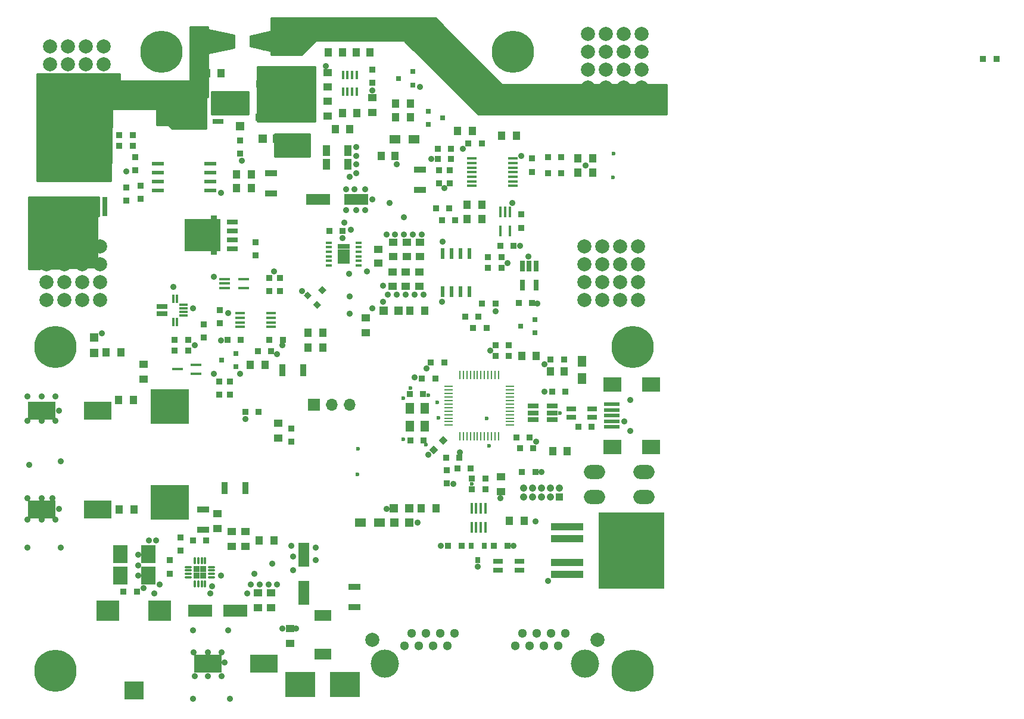
<source format=gbs>
G04 #@! TF.GenerationSoftware,KiCad,Pcbnew,5.1.4+dfsg1-1*
G04 #@! TF.CreationDate,2020-06-13T00:48:20+02:00*
G04 #@! TF.ProjectId,CAN_Battery_Switch_v2,43414e5f-4261-4747-9465-72795f537769,rev?*
G04 #@! TF.SameCoordinates,PX3dfd240PY1406f40*
G04 #@! TF.FileFunction,Soldermask,Bot*
G04 #@! TF.FilePolarity,Negative*
%FSLAX46Y46*%
G04 Gerber Fmt 4.6, Leading zero omitted, Abs format (unit mm)*
G04 Created by KiCad (PCBNEW 5.1.4+dfsg1-1) date 2020-06-13 00:48:20*
%MOMM*%
%LPD*%
G04 APERTURE LIST*
%ADD10R,0.900000X0.900000*%
%ADD11R,1.750000X0.550000*%
%ADD12R,0.800100X0.800100*%
%ADD13R,4.000000X2.500000*%
%ADD14C,1.300000*%
%ADD15C,4.000000*%
%ADD16C,2.000000*%
%ADD17C,0.800100*%
%ADD18C,0.150000*%
%ADD19R,1.450000X0.450000*%
%ADD20C,6.000000*%
%ADD21R,1.250000X1.000000*%
%ADD22O,3.014980X2.000000*%
%ADD23R,1.500000X1.300000*%
%ADD24R,1.198880X1.198880*%
%ADD25R,4.600000X1.100000*%
%ADD26R,9.400000X10.800000*%
%ADD27R,1.000000X1.250000*%
%ADD28R,1.000000X1.600000*%
%ADD29R,3.500000X1.600000*%
%ADD30R,1.300000X1.000000*%
%ADD31R,0.800000X0.900000*%
%ADD32R,1.250000X1.500000*%
%ADD33R,5.499100X5.000000*%
%ADD34R,2.300000X0.500000*%
%ADD35R,2.500000X2.000000*%
%ADD36C,0.900000*%
%ADD37R,1.050000X1.050000*%
%ADD38C,1.050000*%
%ADD39R,1.000000X1.300000*%
%ADD40R,0.890000X0.420000*%
%ADD41R,0.825000X0.712500*%
%ADD42R,1.400000X0.800000*%
%ADD43R,1.300000X1.600000*%
%ADD44R,1.300000X0.250000*%
%ADD45R,0.250000X1.300000*%
%ADD46R,2.800000X2.600000*%
%ADD47R,3.200000X3.000000*%
%ADD48R,2.400000X1.500000*%
%ADD49R,3.500000X1.800000*%
%ADD50R,2.000000X2.500000*%
%ADD51R,0.420000X1.300000*%
%ADD52O,1.050000X0.300000*%
%ADD53O,0.300000X1.050000*%
%ADD54R,0.400000X1.560000*%
%ADD55R,1.570000X0.800000*%
%ADD56R,0.300000X1.250000*%
%ADD57R,1.250000X0.300000*%
%ADD58R,1.560000X0.650000*%
%ADD59R,1.500000X0.400000*%
%ADD60R,1.700000X0.900000*%
%ADD61R,1.600000X3.500000*%
%ADD62C,2.532420*%
%ADD63R,4.191000X3.556000*%
%ADD64R,10.100000X1.400000*%
%ADD65R,8.700000X2.900000*%
%ADD66R,9.700000X3.700000*%
%ADD67R,0.800000X2.800000*%
%ADD68C,1.000000*%
%ADD69R,8.000000X0.800000*%
%ADD70R,0.600000X1.550000*%
%ADD71R,0.650000X1.560000*%
%ADD72R,0.400000X1.500000*%
%ADD73R,1.500000X0.450000*%
%ADD74R,0.900000X1.700000*%
%ADD75R,1.700000X1.700000*%
%ADD76O,1.700000X1.700000*%
%ADD77R,1.200000X1.200000*%
%ADD78R,1.270000X1.280000*%
%ADD79R,8.000000X1.000000*%
%ADD80R,8.250000X1.000000*%
%ADD81R,6.900000X4.100000*%
%ADD82R,1.550000X0.750000*%
%ADD83R,1.500000X0.750000*%
%ADD84R,0.910000X5.550000*%
%ADD85R,5.130000X4.560000*%
%ADD86C,0.600000*%
%ADD87C,0.889000*%
%ADD88C,0.254000*%
G04 APERTURE END LIST*
D10*
X17042000Y-24024000D03*
X17042000Y-25924000D03*
X15010000Y-26178000D03*
X15010000Y-24278000D03*
D11*
X26965000Y-20910000D03*
X26965000Y-22180000D03*
X26965000Y-23450000D03*
X26965000Y-24720000D03*
X19565000Y-24720000D03*
X19565000Y-23450000D03*
X19565000Y-22180000D03*
X19565000Y-20910000D03*
D12*
X57999240Y-15300000D03*
X57999240Y-13400000D03*
X59998220Y-14350000D03*
D10*
X26059000Y-43709000D03*
X26059000Y-45609000D03*
D13*
X34600000Y-92000000D03*
X26600000Y-92000000D03*
D14*
X70319000Y-89496000D03*
X76409000Y-89496000D03*
X72349000Y-89496000D03*
X74379000Y-89496000D03*
X71339000Y-87716000D03*
X73369000Y-87716000D03*
X75399000Y-87716000D03*
X77429000Y-87716000D03*
D15*
X51769000Y-92036000D03*
D16*
X81994000Y-88606000D03*
D14*
X61679000Y-87716000D03*
X59649000Y-87716000D03*
X57619000Y-87716000D03*
X55589000Y-87716000D03*
X58629000Y-89496000D03*
X56599000Y-89496000D03*
X60659000Y-89496000D03*
X54569000Y-89496000D03*
D15*
X80219000Y-92036000D03*
D16*
X49994000Y-88606000D03*
D17*
X42152107Y-40958396D03*
D18*
G36*
X42717863Y-40958396D02*
G01*
X42152107Y-41524152D01*
X41586351Y-40958396D01*
X42152107Y-40392640D01*
X42717863Y-40958396D01*
X42717863Y-40958396D01*
G37*
D17*
X40808604Y-39614893D03*
D18*
G36*
X41374360Y-39614893D02*
G01*
X40808604Y-40180649D01*
X40242848Y-39614893D01*
X40808604Y-39049137D01*
X41374360Y-39614893D01*
X41374360Y-39614893D01*
G37*
D17*
X42893848Y-38873152D03*
D18*
G36*
X43459604Y-38873152D02*
G01*
X42893848Y-39438908D01*
X42328092Y-38873152D01*
X42893848Y-38307396D01*
X43459604Y-38873152D01*
X43459604Y-38873152D01*
G37*
D19*
X64111636Y-24040466D03*
X64111636Y-23390466D03*
X64111636Y-22740466D03*
X64111636Y-22090466D03*
X64111636Y-21440466D03*
X64111636Y-20790466D03*
X64111636Y-20140466D03*
X70011636Y-20140466D03*
X70011636Y-20790466D03*
X70011636Y-21440466D03*
X70011636Y-22090466D03*
X70011636Y-22740466D03*
X70011636Y-23390466D03*
X70011636Y-24040466D03*
D20*
X5000000Y-93000000D03*
X20000000Y-5000000D03*
X70000000Y-5000000D03*
X87000000Y-93000000D03*
D12*
X30615760Y-47900000D03*
X30615760Y-49800000D03*
X28616780Y-48850000D03*
D16*
X9270000Y-4190000D03*
X6730000Y-4190000D03*
X4190000Y-4190000D03*
X4190000Y-6730000D03*
X4190000Y-9270000D03*
X9270000Y-11810000D03*
X6730000Y-11810000D03*
X4190000Y-11810000D03*
X11810000Y-11810000D03*
X11810000Y-4190000D03*
X11810000Y-6730000D03*
X9270000Y-6730000D03*
X6730000Y-6730000D03*
X11810000Y-9270000D03*
X9270000Y-9270000D03*
X6730000Y-9270000D03*
X85770000Y-2440000D03*
X83230000Y-2440000D03*
X80690000Y-2440000D03*
X80690000Y-4980000D03*
X80690000Y-7520000D03*
X85770000Y-10060000D03*
X83230000Y-10060000D03*
X80690000Y-10060000D03*
X88310000Y-10060000D03*
X88310000Y-2440000D03*
X88310000Y-4980000D03*
X85770000Y-4980000D03*
X83230000Y-4980000D03*
X88310000Y-7520000D03*
X85770000Y-7520000D03*
X83230000Y-7520000D03*
X6230000Y-40310000D03*
X8770000Y-40310000D03*
X11310000Y-40310000D03*
X11310000Y-37770000D03*
X11310000Y-35230000D03*
X6230000Y-32690000D03*
X8770000Y-32690000D03*
X11310000Y-32690000D03*
X3690000Y-32690000D03*
X3690000Y-40310000D03*
X3690000Y-37770000D03*
X6230000Y-37770000D03*
X8770000Y-37770000D03*
X3690000Y-35230000D03*
X6230000Y-35230000D03*
X8770000Y-35230000D03*
X82730000Y-40310000D03*
X85270000Y-40310000D03*
X87810000Y-40310000D03*
X87810000Y-37770000D03*
X87810000Y-35230000D03*
X82730000Y-32690000D03*
X85270000Y-32690000D03*
X87810000Y-32690000D03*
X80190000Y-32690000D03*
X80190000Y-40310000D03*
X80190000Y-37770000D03*
X82730000Y-37770000D03*
X85270000Y-37770000D03*
X80190000Y-35230000D03*
X82730000Y-35230000D03*
X85270000Y-35230000D03*
D21*
X52983000Y-32102000D03*
X52983000Y-34102000D03*
D22*
X88594000Y-68286000D03*
X88594000Y-64786000D03*
X81594000Y-64786000D03*
X81594000Y-68286000D03*
D12*
X55750760Y-7800000D03*
X55750760Y-9700000D03*
X53751780Y-8750000D03*
D23*
X53250000Y-17400000D03*
X55950000Y-17400000D03*
D24*
X53150980Y-71900000D03*
X55249020Y-71900000D03*
X53749020Y-41800000D03*
X51650980Y-41800000D03*
X31250000Y-15549020D03*
X31250000Y-13450980D03*
D23*
X48350000Y-71900000D03*
X51050000Y-71900000D03*
D25*
X77694000Y-72536000D03*
X77694000Y-74236000D03*
X77694000Y-77636000D03*
D26*
X86844000Y-75936000D03*
D25*
X77694000Y-79336000D03*
D21*
X50813000Y-33058000D03*
X50813000Y-35058000D03*
D12*
X73100760Y-43050000D03*
X73100760Y-44950000D03*
X71101780Y-44000000D03*
D27*
X51250000Y-19750000D03*
X53250000Y-19750000D03*
D21*
X43616000Y-9972000D03*
X43616000Y-7972000D03*
D28*
X43500000Y-19000000D03*
X46500000Y-19000000D03*
X43500000Y-21000000D03*
X46500000Y-21000000D03*
D10*
X43905000Y-30435000D03*
X45805000Y-30435000D03*
D27*
X26500000Y-8000000D03*
X28500000Y-8000000D03*
D29*
X42282000Y-25990000D03*
X47682000Y-25990000D03*
D21*
X54761000Y-36293000D03*
X54761000Y-38293000D03*
X56666000Y-36293000D03*
X56666000Y-38293000D03*
X56793000Y-34102000D03*
X56793000Y-32102000D03*
X52856000Y-36293000D03*
X52856000Y-38293000D03*
D27*
X71250000Y-48250000D03*
X73250000Y-48250000D03*
D21*
X54888000Y-34102000D03*
X54888000Y-32102000D03*
D10*
X62700000Y-75250000D03*
X60800000Y-75250000D03*
X67294000Y-75236000D03*
X69194000Y-75236000D03*
D27*
X75294000Y-50436000D03*
X77294000Y-50436000D03*
D10*
X71269000Y-64711000D03*
X73169000Y-64711000D03*
X21250000Y-79200000D03*
X21250000Y-77300000D03*
D30*
X33750000Y-84050000D03*
X33750000Y-81950000D03*
D31*
X64044000Y-75236000D03*
X65944000Y-75236000D03*
X64994000Y-77236000D03*
D32*
X79794000Y-48986000D03*
X79794000Y-51486000D03*
D33*
X21250000Y-69057200D03*
X21250000Y-55442800D03*
D34*
X84044000Y-55111000D03*
X84044000Y-55911000D03*
X84044000Y-56711000D03*
X84044000Y-57511000D03*
X84044000Y-58311000D03*
D35*
X84144000Y-52261000D03*
X89644000Y-52261000D03*
X84144000Y-61161000D03*
X89644000Y-61161000D03*
D36*
X86644000Y-54511000D03*
X86644000Y-58911000D03*
D37*
X76594000Y-68261000D03*
D38*
X75324000Y-68261000D03*
X74054000Y-68261000D03*
X72784000Y-68261000D03*
X71514000Y-68261000D03*
X75324000Y-66991000D03*
X74054000Y-66991000D03*
X72784000Y-66991000D03*
X71514000Y-66991000D03*
X76594000Y-66991000D03*
D30*
X43616000Y-11986000D03*
X43616000Y-14086000D03*
D39*
X46825000Y-15957000D03*
X44725000Y-15957000D03*
D10*
X31250000Y-19450000D03*
X31250000Y-17550000D03*
D39*
X55350000Y-41800000D03*
X57450000Y-41800000D03*
D10*
X75344000Y-48736000D03*
X77244000Y-48736000D03*
X79294000Y-58286000D03*
X81194000Y-58286000D03*
X75544000Y-53286000D03*
X77444000Y-53286000D03*
D30*
X68269000Y-67536000D03*
X68269000Y-65436000D03*
D40*
X43858000Y-35358000D03*
X43858000Y-34708000D03*
X43858000Y-34058000D03*
X43858000Y-33408000D03*
X43858000Y-32758000D03*
X43858000Y-32108000D03*
X48068000Y-32108000D03*
X48068000Y-32758000D03*
X48068000Y-33408000D03*
X48068000Y-34058000D03*
X48068000Y-34708000D03*
X48068000Y-35358000D03*
D41*
X46375500Y-32664250D03*
X46375500Y-33376750D03*
X46375500Y-34089250D03*
X46375500Y-34801750D03*
X45550500Y-32664250D03*
X45550500Y-33376750D03*
X45550500Y-34089250D03*
X45550500Y-34801750D03*
D42*
X67894000Y-78686000D03*
X70894000Y-77486000D03*
X67894000Y-77486000D03*
X70894000Y-78686000D03*
X78244000Y-56936000D03*
X81244000Y-55736000D03*
X78244000Y-55736000D03*
X81244000Y-56936000D03*
D43*
X57444000Y-55686000D03*
X57444000Y-58186000D03*
X55344000Y-58186000D03*
X55344000Y-55686000D03*
D44*
X60844000Y-58086000D03*
X60844000Y-57586000D03*
X60844000Y-57086000D03*
X60844000Y-56586000D03*
X60844000Y-56086000D03*
X60844000Y-55586000D03*
X60844000Y-55086000D03*
X60844000Y-54586000D03*
X60844000Y-54086000D03*
X60844000Y-53586000D03*
X60844000Y-53086000D03*
X60844000Y-52586000D03*
D45*
X62444000Y-50986000D03*
X62944000Y-50986000D03*
X63444000Y-50986000D03*
X63944000Y-50986000D03*
X64444000Y-50986000D03*
X64944000Y-50986000D03*
X65444000Y-50986000D03*
X65944000Y-50986000D03*
X66444000Y-50986000D03*
X66944000Y-50986000D03*
X67444000Y-50986000D03*
X67944000Y-50986000D03*
D44*
X69544000Y-52586000D03*
X69544000Y-53086000D03*
X69544000Y-53586000D03*
X69544000Y-54086000D03*
X69544000Y-54586000D03*
X69544000Y-55086000D03*
X69544000Y-55586000D03*
X69544000Y-56086000D03*
X69544000Y-56586000D03*
X69544000Y-57086000D03*
X69544000Y-57586000D03*
X69544000Y-58086000D03*
D45*
X67944000Y-59686000D03*
X67444000Y-59686000D03*
X66944000Y-59686000D03*
X66444000Y-59686000D03*
X65944000Y-59686000D03*
X65444000Y-59686000D03*
X64944000Y-59686000D03*
X64444000Y-59686000D03*
X63944000Y-59686000D03*
X63444000Y-59686000D03*
X62944000Y-59686000D03*
X62444000Y-59686000D03*
D10*
X14060000Y-16846000D03*
X15960000Y-16846000D03*
X15960000Y-18370000D03*
X14060000Y-18370000D03*
D30*
X35600000Y-84050000D03*
X35600000Y-81950000D03*
X38300000Y-89150000D03*
X38300000Y-87050000D03*
D46*
X16100000Y-95790000D03*
D47*
X19770000Y-84510000D03*
X12430000Y-84510000D03*
D13*
X11000000Y-56000000D03*
X3000000Y-56000000D03*
X11000000Y-70100000D03*
X3000000Y-70100000D03*
D30*
X17500000Y-51550000D03*
X17500000Y-49450000D03*
D39*
X16050000Y-54500000D03*
X13950000Y-54500000D03*
X16150000Y-70100000D03*
X14050000Y-70100000D03*
D48*
X43000000Y-90650000D03*
X43000000Y-85150000D03*
D49*
X30500000Y-84500000D03*
X25500000Y-84500000D03*
D50*
X14200000Y-79500000D03*
X18200000Y-79500000D03*
X14200000Y-76400000D03*
X18200000Y-76400000D03*
D27*
X45791000Y-13671000D03*
X47791000Y-13671000D03*
X49696000Y-5035000D03*
X47696000Y-5035000D03*
D10*
X31327000Y-45929000D03*
X29427000Y-45929000D03*
X16280000Y-21860000D03*
X16280000Y-19960000D03*
X21934000Y-45929000D03*
X23834000Y-45929000D03*
X28345000Y-43577000D03*
X28345000Y-41677000D03*
X35330000Y-39005000D03*
X35330000Y-37105000D03*
X138700000Y-6000000D03*
X136800000Y-6000000D03*
X65550000Y-18000000D03*
X63650000Y-18000000D03*
X76869200Y-19944800D03*
X74969200Y-19944800D03*
X72718800Y-20163200D03*
X72718800Y-22063200D03*
X74969200Y-22281600D03*
X76869200Y-22281600D03*
D39*
X45809000Y-5035000D03*
X43709000Y-5035000D03*
D30*
X49966000Y-11478000D03*
X49966000Y-13578000D03*
D10*
X49966000Y-9414000D03*
X49966000Y-7514000D03*
X31950000Y-56200000D03*
X33850000Y-56200000D03*
X29742000Y-53737000D03*
X29742000Y-51837000D03*
X59900000Y-28900000D03*
X61800000Y-28900000D03*
X33425000Y-33925000D03*
X33425000Y-32025000D03*
D51*
X45816000Y-8305000D03*
X46466000Y-8305000D03*
X47116000Y-8305000D03*
X47766000Y-8305000D03*
X47766000Y-10655000D03*
X47116000Y-10655000D03*
X46466000Y-10655000D03*
X45816000Y-10655000D03*
D52*
X23825000Y-79750000D03*
X23825000Y-79250000D03*
X23825000Y-78750000D03*
X23825000Y-78250000D03*
D53*
X24750000Y-77325000D03*
X25250000Y-77325000D03*
X25750000Y-77325000D03*
X26250000Y-77325000D03*
D52*
X27175000Y-78250000D03*
X27175000Y-78750000D03*
X27175000Y-79250000D03*
X27175000Y-79750000D03*
D53*
X26250000Y-80675000D03*
X25750000Y-80675000D03*
X25250000Y-80675000D03*
X24750000Y-80675000D03*
D10*
X25950000Y-78550000D03*
X25950000Y-79450000D03*
X25050000Y-78550000D03*
X25050000Y-79450000D03*
D54*
X64114000Y-69886000D03*
X64764000Y-69886000D03*
X65424000Y-69886000D03*
X66074000Y-69886000D03*
X66074000Y-72586000D03*
X65424000Y-72586000D03*
X64764000Y-72586000D03*
X64114000Y-72586000D03*
D55*
X20114000Y-42238000D03*
X20114000Y-41238000D03*
D56*
X21764000Y-40088000D03*
X22264000Y-40088000D03*
D57*
X23164000Y-40988000D03*
X23164000Y-41488000D03*
X23164000Y-41988000D03*
X23164000Y-42488000D03*
D56*
X22264000Y-43388000D03*
X21764000Y-43388000D03*
D58*
X75594000Y-55386000D03*
X75594000Y-56336000D03*
X75594000Y-57286000D03*
X72894000Y-57286000D03*
X72894000Y-55386000D03*
X72894000Y-56336000D03*
D59*
X29047000Y-38578000D03*
X29047000Y-37928000D03*
X29047000Y-37278000D03*
X31707000Y-37278000D03*
X31707000Y-38578000D03*
D60*
X26000000Y-70050000D03*
X26000000Y-72950000D03*
D10*
X26400000Y-74450000D03*
X24500000Y-74450000D03*
X14650000Y-81800000D03*
X16550000Y-81800000D03*
D61*
X40300000Y-81900000D03*
X40300000Y-76500000D03*
D10*
X22750000Y-75950000D03*
X22750000Y-74050000D03*
D30*
X28000000Y-70700000D03*
X28000000Y-72800000D03*
X30000000Y-75300000D03*
X30000000Y-73200000D03*
D39*
X33950000Y-74500000D03*
X36050000Y-74500000D03*
D30*
X32000000Y-75300000D03*
X32000000Y-73200000D03*
D10*
X63994000Y-64266000D03*
X62094000Y-64266000D03*
X64174000Y-65666000D03*
X66074000Y-65666000D03*
X70969000Y-61386000D03*
X72869000Y-61386000D03*
X60594000Y-64486000D03*
X60594000Y-66386000D03*
X69427000Y-46691000D03*
X67527000Y-46691000D03*
D36*
X60071751Y-60228249D03*
D18*
G36*
X60071751Y-59591853D02*
G01*
X60708147Y-60228249D01*
X60071751Y-60864645D01*
X59435355Y-60228249D01*
X60071751Y-59591853D01*
X60071751Y-59591853D01*
G37*
D36*
X58728249Y-61571751D03*
D18*
G36*
X58728249Y-60935355D02*
G01*
X59364645Y-61571751D01*
X58728249Y-62208147D01*
X58091853Y-61571751D01*
X58728249Y-60935355D01*
X58728249Y-60935355D01*
G37*
D10*
X60464000Y-62746000D03*
X62364000Y-62746000D03*
X69427000Y-48215000D03*
X67527000Y-48215000D03*
X58944000Y-51436000D03*
X57044000Y-51436000D03*
X70474000Y-59856000D03*
X72374000Y-59856000D03*
X55344000Y-53616000D03*
X57244000Y-53616000D03*
X57314000Y-60236000D03*
X55414000Y-60236000D03*
X64174000Y-67166000D03*
X66074000Y-67166000D03*
D62*
X28300000Y-3500000D03*
D18*
G36*
X26150000Y-5300000D02*
G01*
X26150000Y-1700000D01*
X30450000Y-2700000D01*
X30450000Y-4300000D01*
X26150000Y-5300000D01*
X26150000Y-5300000D01*
G37*
D62*
X34700000Y-3500000D03*
D18*
G36*
X36850000Y-1700000D02*
G01*
X36850000Y-5300000D01*
X32550000Y-4300000D01*
X32550000Y-2700000D01*
X36850000Y-1700000D01*
X36850000Y-1700000D01*
G37*
D10*
X28218000Y-51837000D03*
X28218000Y-53737000D03*
X23834000Y-47453000D03*
X21934000Y-47453000D03*
X59500000Y-21800000D03*
X59500000Y-23700000D03*
X61000000Y-21800000D03*
X61000000Y-23700000D03*
X36854000Y-39005000D03*
X36854000Y-37105000D03*
D39*
X34729000Y-49485000D03*
X32629000Y-49485000D03*
X42984000Y-44913000D03*
X40884000Y-44913000D03*
X77719000Y-61811000D03*
X75619000Y-61811000D03*
D10*
X60244000Y-49136000D03*
X58344000Y-49136000D03*
D63*
X46075000Y-94950000D03*
X39725000Y-94950000D03*
D10*
X61200000Y-20250000D03*
X59300000Y-20250000D03*
X61200000Y-18750000D03*
X59300000Y-18750000D03*
D60*
X56800000Y-24650000D03*
X56800000Y-21750000D03*
D64*
X7750000Y-15800000D03*
D65*
X7750000Y-17950000D03*
D66*
X7750000Y-21250000D03*
D67*
X8350000Y-27000000D03*
X7150000Y-27000000D03*
X5950000Y-27000000D03*
X4750000Y-27000000D03*
X3550000Y-27000000D03*
X9550000Y-27000000D03*
X10750000Y-27000000D03*
X11950000Y-27000000D03*
D68*
X11950000Y-21830000D03*
X10750000Y-21830000D03*
X9550000Y-21830000D03*
X8350000Y-21830000D03*
X7150000Y-21830000D03*
X5950000Y-21830000D03*
X4750000Y-21830000D03*
X3550000Y-21830000D03*
X3550000Y-20630000D03*
X4750000Y-20630000D03*
X7150000Y-20630000D03*
X5950000Y-20630000D03*
X8350000Y-20630000D03*
X9550000Y-20630000D03*
X10750000Y-20630000D03*
X11950000Y-20630000D03*
X10750000Y-19430000D03*
X9550000Y-19430000D03*
X8350000Y-19430000D03*
X7150000Y-19430000D03*
X5950000Y-19430000D03*
X4750000Y-19430000D03*
X4750000Y-18230000D03*
X7150000Y-18230000D03*
X5950000Y-18230000D03*
X8350000Y-18230000D03*
X9550000Y-18230000D03*
X10750000Y-18230000D03*
X10750000Y-17030000D03*
X9550000Y-17030000D03*
X8350000Y-17030000D03*
X7150000Y-17030000D03*
X5950000Y-17030000D03*
X4750000Y-17030000D03*
X11950000Y-15730000D03*
X10750000Y-15730000D03*
X9550000Y-15730000D03*
X8350000Y-15730000D03*
X7150000Y-15730000D03*
X5950000Y-15730000D03*
X4750000Y-15730000D03*
X3550000Y-15730000D03*
D69*
X7150000Y-26000000D03*
D39*
X30724000Y-24339000D03*
X32824000Y-24339000D03*
X30724000Y-22434000D03*
X32824000Y-22434000D03*
D10*
X65600000Y-40800000D03*
X67500000Y-40800000D03*
X33745000Y-47580000D03*
X35645000Y-47580000D03*
X66450000Y-35700000D03*
X68350000Y-35700000D03*
X66450000Y-34150000D03*
X68350000Y-34150000D03*
X70800000Y-40700000D03*
X72700000Y-40700000D03*
X68200000Y-32600000D03*
X70100000Y-32600000D03*
X59050000Y-27250000D03*
X60950000Y-27250000D03*
X71201000Y-28117000D03*
X71201000Y-30017000D03*
D70*
X63778000Y-39104000D03*
X62508000Y-39104000D03*
X61238000Y-39104000D03*
X59968000Y-39104000D03*
X59968000Y-33704000D03*
X61238000Y-33704000D03*
X62508000Y-33704000D03*
X63778000Y-33704000D03*
D71*
X71350000Y-35450000D03*
X72300000Y-35450000D03*
X73250000Y-35450000D03*
X73250000Y-38150000D03*
X71350000Y-38150000D03*
D72*
X68251000Y-27787000D03*
X68901000Y-27787000D03*
X69551000Y-27787000D03*
X69551000Y-30447000D03*
X68251000Y-30447000D03*
D60*
X35584000Y-25154000D03*
X35584000Y-22254000D03*
D19*
X31225000Y-44110000D03*
X31225000Y-43460000D03*
X31225000Y-42810000D03*
X31225000Y-42160000D03*
X35625000Y-42160000D03*
X35625000Y-42810000D03*
X35625000Y-43460000D03*
X35625000Y-44110000D03*
D73*
X24976000Y-49470000D03*
X24976000Y-50770000D03*
X22316000Y-50120000D03*
D10*
X66252000Y-44278000D03*
X64352000Y-44278000D03*
X65109000Y-42627000D03*
X63209000Y-42627000D03*
X38505000Y-58568000D03*
X38505000Y-60468000D03*
X37296000Y-45929000D03*
X35396000Y-45929000D03*
D30*
X36600000Y-57833000D03*
X36600000Y-59933000D03*
D39*
X63490000Y-28784000D03*
X65590000Y-28784000D03*
D30*
X49100000Y-42825000D03*
X49100000Y-44925000D03*
D39*
X42984000Y-47072000D03*
X40884000Y-47072000D03*
X69519000Y-71711000D03*
X71619000Y-71711000D03*
X62100000Y-16250000D03*
X64200000Y-16250000D03*
X68400000Y-16950000D03*
X70500000Y-16950000D03*
X63490000Y-26752000D03*
X65590000Y-26752000D03*
X53300000Y-12300000D03*
X55400000Y-12300000D03*
X53350000Y-14300000D03*
X55450000Y-14300000D03*
X81338000Y-20097200D03*
X79238000Y-20097200D03*
X79238000Y-22129200D03*
X81338000Y-22129200D03*
D74*
X37250000Y-50250000D03*
X40150000Y-50250000D03*
D75*
X41750000Y-55150000D03*
D76*
X44290000Y-55150000D03*
X46830000Y-55150000D03*
D77*
X10500000Y-47850000D03*
X10500000Y-45650000D03*
X55275000Y-69925000D03*
X53075000Y-69925000D03*
D39*
X12150000Y-47700000D03*
X14250000Y-47700000D03*
X56925000Y-69950000D03*
X59025000Y-69950000D03*
D20*
X87000000Y-47000000D03*
X5000000Y-47000000D03*
D74*
X31950000Y-67000000D03*
X29050000Y-67000000D03*
D60*
X47500000Y-83950000D03*
X47500000Y-81050000D03*
D78*
X40545000Y-17370000D03*
X38515000Y-17370000D03*
X36485000Y-17370000D03*
X34455000Y-17370000D03*
D79*
X37500000Y-9500000D03*
D80*
X37500000Y-14290000D03*
D81*
X37500000Y-12000000D03*
D82*
X28070000Y-11095000D03*
D83*
X28070000Y-12365000D03*
X28070000Y-13635000D03*
X28070000Y-14905000D03*
D84*
X25450000Y-13000000D03*
D85*
X23765000Y-13000000D03*
D82*
X30145000Y-29170000D03*
D83*
X30145000Y-30440000D03*
X30145000Y-31710000D03*
X30145000Y-32980000D03*
D84*
X27525000Y-31075000D03*
D85*
X25840000Y-31075000D03*
D86*
X84288500Y-19449500D03*
D87*
X66750000Y-47500000D03*
D86*
X57594000Y-60836000D03*
X55394000Y-52836000D03*
D87*
X56400000Y-71900000D03*
X24500000Y-97000000D03*
X29750000Y-97000000D03*
X29500000Y-87250000D03*
X24500000Y-87250000D03*
X5750000Y-63250000D03*
X1250000Y-63750000D03*
X5750000Y-75500000D03*
X1000000Y-75500000D03*
X42000000Y-75500000D03*
X42000000Y-77250000D03*
X38500000Y-75250000D03*
X38750000Y-76750000D03*
X38750000Y-78750000D03*
X36500000Y-80750000D03*
X35250000Y-80750000D03*
X34000000Y-80750000D03*
X32750000Y-80750000D03*
X32250000Y-82000000D03*
X27000000Y-82000000D03*
X27250000Y-81000000D03*
X28500000Y-79500000D03*
X33250000Y-79250000D03*
X35750000Y-77750000D03*
X49250000Y-36250000D03*
X46750000Y-39750000D03*
X50000000Y-41500000D03*
X46750000Y-42250000D03*
X51500000Y-38250000D03*
X51500000Y-40500000D03*
X52250000Y-39500000D03*
X53500000Y-39500000D03*
X54750000Y-39500000D03*
X56000000Y-39500000D03*
X57250000Y-39500000D03*
X52500000Y-26500000D03*
X54500000Y-28500000D03*
X52000000Y-31000000D03*
X53250000Y-31000000D03*
X54500000Y-31000000D03*
X55750000Y-31000000D03*
X57000000Y-31000000D03*
X45750000Y-31500000D03*
X47000000Y-30250000D03*
X46000000Y-29250000D03*
X46250000Y-27500000D03*
X47750000Y-27500000D03*
X49000000Y-27500000D03*
X50000000Y-26000000D03*
X49000000Y-24500000D03*
X47500000Y-24500000D03*
X46250000Y-24500000D03*
X46750000Y-22750000D03*
X47750000Y-22250000D03*
X47750000Y-21000000D03*
X47750000Y-19750000D03*
X47750000Y-18500000D03*
X31500000Y-20500000D03*
X28500000Y-25000000D03*
X15000000Y-22000000D03*
X50000000Y-10500000D03*
X43400000Y-7000000D03*
X75000000Y-80250000D03*
X40000000Y-39000000D03*
X36000000Y-36250000D03*
X21750000Y-38450000D03*
X24750000Y-46750000D03*
X58000000Y-62250000D03*
X56000000Y-51250000D03*
X59950000Y-40500000D03*
X67550000Y-41900000D03*
X18250000Y-74500000D03*
D86*
X84225000Y-22815000D03*
D87*
X59750000Y-75250000D03*
X68250000Y-68500000D03*
X52000000Y-70000000D03*
X32000000Y-57250000D03*
X37250000Y-46750000D03*
X36500000Y-48000000D03*
X27500000Y-50750000D03*
X31250000Y-50750000D03*
X28500000Y-46000000D03*
X29529000Y-42160000D03*
X27500000Y-37000000D03*
X24500000Y-41488000D03*
X11600000Y-45000000D03*
X28600000Y-93800000D03*
X26600000Y-93800000D03*
X24800000Y-93800000D03*
X24600000Y-90400000D03*
X26600000Y-90400000D03*
X28600000Y-90400000D03*
X29000000Y-91800000D03*
X37200000Y-87000000D03*
X39200000Y-87000000D03*
X16750000Y-76500000D03*
X5500000Y-70000000D03*
X5000000Y-71500000D03*
X3000000Y-71500000D03*
X1000000Y-71500000D03*
X1000000Y-68500000D03*
X3000000Y-68500000D03*
X4500000Y-68500000D03*
X5500000Y-56000000D03*
X5000000Y-57500000D03*
X3000000Y-57500000D03*
X1000000Y-57500000D03*
X1000000Y-54000000D03*
X3000000Y-54000000D03*
X5000000Y-54000000D03*
X85794000Y-57536000D03*
X74494000Y-49436000D03*
X73294000Y-60436000D03*
X74094000Y-64736000D03*
X73194000Y-71736000D03*
D86*
X45550500Y-34801750D03*
X46375500Y-34801750D03*
X46375500Y-32664250D03*
X45550500Y-32664250D03*
D87*
X46663000Y-36533000D03*
D68*
X45863000Y-33733000D03*
D87*
X70094000Y-75236000D03*
X62494000Y-61936000D03*
X57694000Y-50036000D03*
X74494000Y-53286000D03*
X19000000Y-82000000D03*
X17500000Y-81250000D03*
X19750000Y-80750000D03*
X16750000Y-79500000D03*
X16750000Y-78000000D03*
X19250000Y-74500000D03*
X61494000Y-66411000D03*
X64974000Y-78166000D03*
D86*
X64174000Y-66416000D03*
X54414000Y-60106000D03*
X59194000Y-54836000D03*
X54394000Y-54236000D03*
X57994000Y-53836000D03*
X59394000Y-57036000D03*
X76669000Y-56336000D03*
D87*
X62900000Y-18800000D03*
X56750000Y-10000000D03*
X53500000Y-21000000D03*
X60000000Y-32000000D03*
X73500000Y-40750000D03*
X71150000Y-19750000D03*
X80288000Y-21113200D03*
X72150000Y-34100000D03*
X69200000Y-35000000D03*
X69900000Y-26450000D03*
X71000000Y-32600000D03*
X60250000Y-24400000D03*
X58400000Y-20250000D03*
D86*
X66594000Y-61061000D03*
X66294000Y-57086000D03*
X47975000Y-61475000D03*
X47925000Y-65100000D03*
D88*
G36*
X41873000Y-14873000D02*
G01*
X33627000Y-14873000D01*
X33627000Y-7127000D01*
X41873000Y-7127000D01*
X41873000Y-14873000D01*
X41873000Y-14873000D01*
G37*
X41873000Y-14873000D02*
X33627000Y-14873000D01*
X33627000Y-7127000D01*
X41873000Y-7127000D01*
X41873000Y-14873000D01*
G36*
X32373000Y-13873000D02*
G01*
X27127000Y-13873000D01*
X27127000Y-10627000D01*
X32373000Y-10627000D01*
X32373000Y-13873000D01*
X32373000Y-13873000D01*
G37*
X32373000Y-13873000D02*
X27127000Y-13873000D01*
X27127000Y-10627000D01*
X32373000Y-10627000D01*
X32373000Y-13873000D01*
G36*
X26623000Y-1750000D02*
G01*
X26625440Y-1774776D01*
X26632667Y-1798601D01*
X26644403Y-1820557D01*
X26660197Y-1839803D01*
X26679443Y-1855597D01*
X26701399Y-1867333D01*
X26725093Y-1874534D01*
X30373000Y-2604115D01*
X30373000Y-4395885D01*
X26725093Y-5125466D01*
X26701276Y-5132718D01*
X26679332Y-5144477D01*
X26660104Y-5160291D01*
X26644330Y-5179553D01*
X26632617Y-5201522D01*
X26625414Y-5225354D01*
X26623000Y-5250000D01*
X26623000Y-11399222D01*
X26471142Y-11434655D01*
X26447568Y-11442661D01*
X26426009Y-11455113D01*
X26407294Y-11471531D01*
X26392141Y-11491285D01*
X26381133Y-11513616D01*
X26374693Y-11537665D01*
X26373000Y-11558333D01*
X26373000Y-15873000D01*
X21552606Y-15873000D01*
X21089803Y-15410197D01*
X21070557Y-15394403D01*
X21048601Y-15382667D01*
X21024776Y-15375440D01*
X21000000Y-15373000D01*
X19377000Y-15373000D01*
X19377000Y-13250000D01*
X19374560Y-13225224D01*
X19367333Y-13201399D01*
X19355597Y-13179443D01*
X19339803Y-13160197D01*
X19320557Y-13144403D01*
X19298601Y-13132667D01*
X19274776Y-13125440D01*
X19250000Y-13123000D01*
X13165323Y-13123000D01*
X13140547Y-13125440D01*
X13116722Y-13132667D01*
X13094766Y-13144403D01*
X13075520Y-13160197D01*
X13059726Y-13179443D01*
X13047990Y-13201399D01*
X13040763Y-13225224D01*
X13038340Y-13247952D01*
X12875032Y-23373000D01*
X2377000Y-23373000D01*
X2377000Y-8127000D01*
X14123000Y-8127000D01*
X14123000Y-9000000D01*
X14125440Y-9024776D01*
X14132667Y-9048601D01*
X14144403Y-9070557D01*
X14160197Y-9089803D01*
X14179443Y-9105597D01*
X14201399Y-9117333D01*
X14225224Y-9124560D01*
X14250000Y-9127000D01*
X24000000Y-9127000D01*
X24024776Y-9124560D01*
X24048601Y-9117333D01*
X24070557Y-9105597D01*
X24089803Y-9089803D01*
X24105597Y-9070557D01*
X24117333Y-9048601D01*
X24124560Y-9024776D01*
X24127000Y-9000000D01*
X24127000Y-1377000D01*
X26623000Y-1377000D01*
X26623000Y-1750000D01*
X26623000Y-1750000D01*
G37*
X26623000Y-1750000D02*
X26625440Y-1774776D01*
X26632667Y-1798601D01*
X26644403Y-1820557D01*
X26660197Y-1839803D01*
X26679443Y-1855597D01*
X26701399Y-1867333D01*
X26725093Y-1874534D01*
X30373000Y-2604115D01*
X30373000Y-4395885D01*
X26725093Y-5125466D01*
X26701276Y-5132718D01*
X26679332Y-5144477D01*
X26660104Y-5160291D01*
X26644330Y-5179553D01*
X26632617Y-5201522D01*
X26625414Y-5225354D01*
X26623000Y-5250000D01*
X26623000Y-11399222D01*
X26471142Y-11434655D01*
X26447568Y-11442661D01*
X26426009Y-11455113D01*
X26407294Y-11471531D01*
X26392141Y-11491285D01*
X26381133Y-11513616D01*
X26374693Y-11537665D01*
X26373000Y-11558333D01*
X26373000Y-15873000D01*
X21552606Y-15873000D01*
X21089803Y-15410197D01*
X21070557Y-15394403D01*
X21048601Y-15382667D01*
X21024776Y-15375440D01*
X21000000Y-15373000D01*
X19377000Y-15373000D01*
X19377000Y-13250000D01*
X19374560Y-13225224D01*
X19367333Y-13201399D01*
X19355597Y-13179443D01*
X19339803Y-13160197D01*
X19320557Y-13144403D01*
X19298601Y-13132667D01*
X19274776Y-13125440D01*
X19250000Y-13123000D01*
X13165323Y-13123000D01*
X13140547Y-13125440D01*
X13116722Y-13132667D01*
X13094766Y-13144403D01*
X13075520Y-13160197D01*
X13059726Y-13179443D01*
X13047990Y-13201399D01*
X13040763Y-13225224D01*
X13038340Y-13247952D01*
X12875032Y-23373000D01*
X2377000Y-23373000D01*
X2377000Y-8127000D01*
X14123000Y-8127000D01*
X14123000Y-9000000D01*
X14125440Y-9024776D01*
X14132667Y-9048601D01*
X14144403Y-9070557D01*
X14160197Y-9089803D01*
X14179443Y-9105597D01*
X14201399Y-9117333D01*
X14225224Y-9124560D01*
X14250000Y-9127000D01*
X24000000Y-9127000D01*
X24024776Y-9124560D01*
X24048601Y-9117333D01*
X24070557Y-9105597D01*
X24089803Y-9089803D01*
X24105597Y-9070557D01*
X24117333Y-9048601D01*
X24124560Y-9024776D01*
X24127000Y-9000000D01*
X24127000Y-1377000D01*
X26623000Y-1377000D01*
X26623000Y-1750000D01*
G36*
X68410197Y-9589803D02*
G01*
X68429443Y-9605597D01*
X68451399Y-9617333D01*
X68475224Y-9624560D01*
X68500000Y-9627000D01*
X91873000Y-9627000D01*
X91873000Y-13873000D01*
X65052606Y-13873000D01*
X54589803Y-3410197D01*
X54570557Y-3394403D01*
X54548601Y-3382667D01*
X54524776Y-3375440D01*
X54500000Y-3373000D01*
X42000000Y-3373000D01*
X41975224Y-3375440D01*
X41951399Y-3382667D01*
X41929443Y-3394403D01*
X41910197Y-3410197D01*
X39947394Y-5373000D01*
X35627000Y-5373000D01*
X35627000Y-127000D01*
X58947394Y-127000D01*
X68410197Y-9589803D01*
X68410197Y-9589803D01*
G37*
X68410197Y-9589803D02*
X68429443Y-9605597D01*
X68451399Y-9617333D01*
X68475224Y-9624560D01*
X68500000Y-9627000D01*
X91873000Y-9627000D01*
X91873000Y-13873000D01*
X65052606Y-13873000D01*
X54589803Y-3410197D01*
X54570557Y-3394403D01*
X54548601Y-3382667D01*
X54524776Y-3375440D01*
X54500000Y-3373000D01*
X42000000Y-3373000D01*
X41975224Y-3375440D01*
X41951399Y-3382667D01*
X41929443Y-3394403D01*
X41910197Y-3410197D01*
X39947394Y-5373000D01*
X35627000Y-5373000D01*
X35627000Y-127000D01*
X58947394Y-127000D01*
X68410197Y-9589803D01*
G36*
X41123000Y-19873000D02*
G01*
X36127000Y-19873000D01*
X36127000Y-16627000D01*
X41123000Y-16627000D01*
X41123000Y-19873000D01*
X41123000Y-19873000D01*
G37*
X41123000Y-19873000D02*
X36127000Y-19873000D01*
X36127000Y-16627000D01*
X41123000Y-16627000D01*
X41123000Y-19873000D01*
G36*
X11123000Y-28373000D02*
G01*
X11000000Y-28373000D01*
X10975224Y-28375440D01*
X10951399Y-28382667D01*
X10929443Y-28394403D01*
X10910197Y-28410197D01*
X10894403Y-28429443D01*
X10882667Y-28451399D01*
X10875440Y-28475224D01*
X10873000Y-28500000D01*
X10873000Y-35626136D01*
X1127000Y-35869786D01*
X1127000Y-25627000D01*
X11123000Y-25627000D01*
X11123000Y-28373000D01*
X11123000Y-28373000D01*
G37*
X11123000Y-28373000D02*
X11000000Y-28373000D01*
X10975224Y-28375440D01*
X10951399Y-28382667D01*
X10929443Y-28394403D01*
X10910197Y-28410197D01*
X10894403Y-28429443D01*
X10882667Y-28451399D01*
X10875440Y-28475224D01*
X10873000Y-28500000D01*
X10873000Y-35626136D01*
X1127000Y-35869786D01*
X1127000Y-25627000D01*
X11123000Y-25627000D01*
X11123000Y-28373000D01*
M02*

</source>
